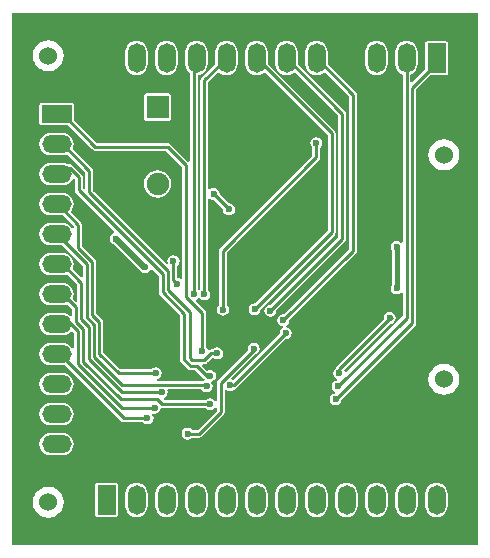
<source format=gbl>
G04 Layer_Physical_Order=2*
G04 Layer_Color=16711680*
%FSLAX44Y44*%
%MOMM*%
G71*
G01*
G75*
%ADD14R,1.9000X1.9000*%
%ADD26C,0.2540*%
%ADD27C,0.5000*%
%ADD28C,0.4000*%
%ADD30C,1.5240*%
%ADD31O,1.5000X2.5000*%
%ADD32R,1.5000X2.5000*%
G04:AMPARAMS|DCode=33|XSize=2mm|YSize=1.2mm|CornerRadius=0.36mm|HoleSize=0mm|Usage=FLASHONLY|Rotation=180.000|XOffset=0mm|YOffset=0mm|HoleType=Round|Shape=RoundedRectangle|*
%AMROUNDEDRECTD33*
21,1,2.0000,0.4800,0,0,180.0*
21,1,1.2800,1.2000,0,0,180.0*
1,1,0.7200,-0.6400,0.2400*
1,1,0.7200,0.6400,0.2400*
1,1,0.7200,0.6400,-0.2400*
1,1,0.7200,-0.6400,-0.2400*
%
%ADD33ROUNDEDRECTD33*%
%ADD34O,2.5000X1.5000*%
%ADD35R,2.5000X1.5000*%
%ADD36C,1.9000*%
%ADD37C,0.6000*%
G36*
X625000Y220000D02*
X230000D01*
Y670000D01*
X625000D01*
Y220000D01*
D02*
G37*
%LPC*%
G36*
X564300Y272614D02*
X561812Y272287D01*
X559493Y271326D01*
X557502Y269798D01*
X555974Y267807D01*
X555013Y265488D01*
X554686Y263000D01*
Y253000D01*
X555013Y250512D01*
X555974Y248193D01*
X557502Y246202D01*
X559493Y244674D01*
X561812Y243713D01*
X564300Y243386D01*
X566788Y243713D01*
X569107Y244674D01*
X571098Y246202D01*
X572626Y248193D01*
X573587Y250512D01*
X573914Y253000D01*
Y263000D01*
X573587Y265488D01*
X572626Y267807D01*
X571098Y269798D01*
X569107Y271326D01*
X566788Y272287D01*
X564300Y272614D01*
D02*
G37*
G36*
X538900D02*
X536412Y272287D01*
X534093Y271326D01*
X532102Y269798D01*
X530574Y267807D01*
X529613Y265488D01*
X529286Y263000D01*
Y253000D01*
X529613Y250512D01*
X530574Y248193D01*
X532102Y246202D01*
X534093Y244674D01*
X536412Y243713D01*
X538900Y243386D01*
X541388Y243713D01*
X543707Y244674D01*
X545698Y246202D01*
X547226Y248193D01*
X548187Y250512D01*
X548514Y253000D01*
Y263000D01*
X548187Y265488D01*
X547226Y267807D01*
X545698Y269798D01*
X543707Y271326D01*
X541388Y272287D01*
X538900Y272614D01*
D02*
G37*
G36*
X513500D02*
X511012Y272287D01*
X508693Y271326D01*
X506702Y269798D01*
X505174Y267807D01*
X504213Y265488D01*
X503886Y263000D01*
Y253000D01*
X504213Y250512D01*
X505174Y248193D01*
X506702Y246202D01*
X508693Y244674D01*
X511012Y243713D01*
X513500Y243386D01*
X515988Y243713D01*
X518307Y244674D01*
X520298Y246202D01*
X521826Y248193D01*
X522787Y250512D01*
X523114Y253000D01*
Y263000D01*
X522787Y265488D01*
X521826Y267807D01*
X520298Y269798D01*
X518307Y271326D01*
X515988Y272287D01*
X513500Y272614D01*
D02*
G37*
G36*
X589700D02*
X587212Y272287D01*
X584893Y271326D01*
X582902Y269798D01*
X581374Y267807D01*
X580413Y265488D01*
X580086Y263000D01*
Y253000D01*
X580413Y250512D01*
X581374Y248193D01*
X582902Y246202D01*
X584893Y244674D01*
X587212Y243713D01*
X589700Y243386D01*
X592188Y243713D01*
X594507Y244674D01*
X596498Y246202D01*
X598026Y248193D01*
X598987Y250512D01*
X599314Y253000D01*
Y263000D01*
X598987Y265488D01*
X598026Y267807D01*
X596498Y269798D01*
X594507Y271326D01*
X592188Y272287D01*
X589700Y272614D01*
D02*
G37*
G36*
X273000Y314914D02*
X263000D01*
X260512Y314587D01*
X258193Y313626D01*
X256202Y312098D01*
X254674Y310107D01*
X253713Y307788D01*
X253386Y305300D01*
X253713Y302812D01*
X254674Y300493D01*
X256202Y298502D01*
X258193Y296974D01*
X260512Y296013D01*
X263000Y295686D01*
X273000D01*
X275488Y296013D01*
X277807Y296974D01*
X279798Y298502D01*
X281326Y300493D01*
X282287Y302812D01*
X282614Y305300D01*
X282287Y307788D01*
X281326Y310107D01*
X279798Y312098D01*
X277807Y313626D01*
X275488Y314587D01*
X273000Y314914D01*
D02*
G37*
G36*
X261000Y269167D02*
X260866Y269140D01*
X260730Y269149D01*
X257858Y268771D01*
X257665Y268705D01*
X257598Y268697D01*
X257536Y268671D01*
X257336Y268631D01*
X254660Y267523D01*
X254490Y267409D01*
X254428Y267383D01*
X254374Y267342D01*
X254191Y267252D01*
X251894Y265489D01*
X251759Y265336D01*
X251705Y265294D01*
X251665Y265241D01*
X251511Y265107D01*
X249748Y262809D01*
X249657Y262626D01*
X249617Y262572D01*
X249591Y262510D01*
X249477Y262340D01*
X248369Y259664D01*
X248329Y259464D01*
X248303Y259402D01*
X248295Y259335D01*
X248229Y259142D01*
X247851Y256270D01*
X247864Y256067D01*
X247856Y256000D01*
X247864Y255933D01*
X247851Y255730D01*
X248229Y252858D01*
X248295Y252665D01*
X248303Y252598D01*
X248329Y252536D01*
X248369Y252336D01*
X249477Y249660D01*
X249591Y249490D01*
X249617Y249428D01*
X249658Y249374D01*
X249748Y249191D01*
X251511Y246894D01*
X251665Y246759D01*
X251705Y246705D01*
X251759Y246665D01*
X251894Y246511D01*
X254191Y244748D01*
X254374Y244657D01*
X254428Y244617D01*
X254490Y244591D01*
X254660Y244477D01*
X257336Y243369D01*
X257536Y243329D01*
X257598Y243303D01*
X257665Y243295D01*
X257858Y243229D01*
X260730Y242851D01*
X260866Y242860D01*
X261000Y242833D01*
X261134Y242860D01*
X261270Y242851D01*
X264142Y243229D01*
X264335Y243295D01*
X264402Y243303D01*
X264464Y243329D01*
X264664Y243369D01*
X267340Y244477D01*
X267510Y244591D01*
X267572Y244617D01*
X267626Y244658D01*
X267809Y244748D01*
X270107Y246511D01*
X270241Y246665D01*
X270294Y246705D01*
X270336Y246759D01*
X270489Y246894D01*
X272252Y249191D01*
X272342Y249374D01*
X272383Y249428D01*
X272409Y249490D01*
X272523Y249660D01*
X273631Y252336D01*
X273671Y252536D01*
X273697Y252598D01*
X273705Y252665D01*
X273771Y252858D01*
X274149Y255730D01*
X274136Y255933D01*
X274144Y256000D01*
X274136Y256067D01*
X274149Y256270D01*
X273771Y259142D01*
X273705Y259335D01*
X273697Y259402D01*
X273671Y259464D01*
X273631Y259664D01*
X272523Y262340D01*
X272409Y262510D01*
X272383Y262572D01*
X272342Y262626D01*
X272252Y262809D01*
X270489Y265107D01*
X270336Y265241D01*
X270294Y265294D01*
X270241Y265336D01*
X270107Y265489D01*
X267809Y267252D01*
X267626Y267342D01*
X267572Y267383D01*
X267510Y267409D01*
X267340Y267523D01*
X264664Y268631D01*
X264464Y268671D01*
X264402Y268697D01*
X264335Y268705D01*
X264142Y268771D01*
X261270Y269149D01*
X261134Y269140D01*
X261000Y269167D01*
D02*
G37*
G36*
X317800Y272572D02*
X302800D01*
X302007Y272414D01*
X301335Y271965D01*
X300886Y271293D01*
X300728Y270500D01*
Y245500D01*
X300886Y244707D01*
X301335Y244035D01*
X302007Y243586D01*
X302800Y243428D01*
X317800D01*
X318593Y243586D01*
X319265Y244035D01*
X319714Y244707D01*
X319872Y245500D01*
Y270500D01*
X319714Y271293D01*
X319265Y271965D01*
X318593Y272414D01*
X317800Y272572D01*
D02*
G37*
G36*
X386500Y272614D02*
X384012Y272287D01*
X381693Y271326D01*
X379702Y269798D01*
X378174Y267807D01*
X377213Y265488D01*
X376886Y263000D01*
Y253000D01*
X377213Y250512D01*
X378174Y248193D01*
X379702Y246202D01*
X381693Y244674D01*
X384012Y243713D01*
X386500Y243386D01*
X388988Y243713D01*
X391307Y244674D01*
X393298Y246202D01*
X394826Y248193D01*
X395787Y250512D01*
X396114Y253000D01*
Y263000D01*
X395787Y265488D01*
X394826Y267807D01*
X393298Y269798D01*
X391307Y271326D01*
X388988Y272287D01*
X386500Y272614D01*
D02*
G37*
G36*
X361100D02*
X358612Y272287D01*
X356293Y271326D01*
X354302Y269798D01*
X352774Y267807D01*
X351813Y265488D01*
X351486Y263000D01*
Y253000D01*
X351813Y250512D01*
X352774Y248193D01*
X354302Y246202D01*
X356293Y244674D01*
X358612Y243713D01*
X361100Y243386D01*
X363588Y243713D01*
X365907Y244674D01*
X367898Y246202D01*
X369426Y248193D01*
X370387Y250512D01*
X370714Y253000D01*
Y263000D01*
X370387Y265488D01*
X369426Y267807D01*
X367898Y269798D01*
X365907Y271326D01*
X363588Y272287D01*
X361100Y272614D01*
D02*
G37*
G36*
X335700D02*
X333212Y272287D01*
X330893Y271326D01*
X328902Y269798D01*
X327374Y267807D01*
X326413Y265488D01*
X326086Y263000D01*
Y253000D01*
X326413Y250512D01*
X327374Y248193D01*
X328902Y246202D01*
X330893Y244674D01*
X333212Y243713D01*
X335700Y243386D01*
X338188Y243713D01*
X340507Y244674D01*
X342498Y246202D01*
X344026Y248193D01*
X344987Y250512D01*
X345314Y253000D01*
Y263000D01*
X344987Y265488D01*
X344026Y267807D01*
X342498Y269798D01*
X340507Y271326D01*
X338188Y272287D01*
X335700Y272614D01*
D02*
G37*
G36*
X411900D02*
X409412Y272287D01*
X407093Y271326D01*
X405102Y269798D01*
X403574Y267807D01*
X402613Y265488D01*
X402286Y263000D01*
Y253000D01*
X402613Y250512D01*
X403574Y248193D01*
X405102Y246202D01*
X407093Y244674D01*
X409412Y243713D01*
X411900Y243386D01*
X414388Y243713D01*
X416707Y244674D01*
X418698Y246202D01*
X420226Y248193D01*
X421187Y250512D01*
X421514Y253000D01*
Y263000D01*
X421187Y265488D01*
X420226Y267807D01*
X418698Y269798D01*
X416707Y271326D01*
X414388Y272287D01*
X411900Y272614D01*
D02*
G37*
G36*
X488100D02*
X485612Y272287D01*
X483293Y271326D01*
X481302Y269798D01*
X479774Y267807D01*
X478813Y265488D01*
X478486Y263000D01*
Y253000D01*
X478813Y250512D01*
X479774Y248193D01*
X481302Y246202D01*
X483293Y244674D01*
X485612Y243713D01*
X488100Y243386D01*
X490588Y243713D01*
X492907Y244674D01*
X494898Y246202D01*
X496426Y248193D01*
X497387Y250512D01*
X497714Y253000D01*
Y263000D01*
X497387Y265488D01*
X496426Y267807D01*
X494898Y269798D01*
X492907Y271326D01*
X490588Y272287D01*
X488100Y272614D01*
D02*
G37*
G36*
X462700D02*
X460212Y272287D01*
X457893Y271326D01*
X455902Y269798D01*
X454374Y267807D01*
X453413Y265488D01*
X453086Y263000D01*
Y253000D01*
X453413Y250512D01*
X454374Y248193D01*
X455902Y246202D01*
X457893Y244674D01*
X460212Y243713D01*
X462700Y243386D01*
X465188Y243713D01*
X467507Y244674D01*
X469498Y246202D01*
X471026Y248193D01*
X471987Y250512D01*
X472314Y253000D01*
Y263000D01*
X471987Y265488D01*
X471026Y267807D01*
X469498Y269798D01*
X467507Y271326D01*
X465188Y272287D01*
X462700Y272614D01*
D02*
G37*
G36*
X437300D02*
X434812Y272287D01*
X432493Y271326D01*
X430502Y269798D01*
X428974Y267807D01*
X428013Y265488D01*
X427686Y263000D01*
Y253000D01*
X428013Y250512D01*
X428974Y248193D01*
X430502Y246202D01*
X432493Y244674D01*
X434812Y243713D01*
X437300Y243386D01*
X439788Y243713D01*
X442107Y244674D01*
X444098Y246202D01*
X445626Y248193D01*
X446587Y250512D01*
X446914Y253000D01*
Y263000D01*
X446587Y265488D01*
X445626Y267807D01*
X444098Y269798D01*
X442107Y271326D01*
X439788Y272287D01*
X437300Y272614D01*
D02*
G37*
G36*
X335700Y646614D02*
X333212Y646287D01*
X330893Y645326D01*
X328902Y643798D01*
X327374Y641807D01*
X326413Y639488D01*
X326086Y637000D01*
Y627000D01*
X326413Y624512D01*
X327374Y622193D01*
X328902Y620202D01*
X330893Y618674D01*
X333212Y617713D01*
X335700Y617386D01*
X338188Y617713D01*
X340507Y618674D01*
X342498Y620202D01*
X344026Y622193D01*
X344987Y624512D01*
X345314Y627000D01*
Y637000D01*
X344987Y639488D01*
X344026Y641807D01*
X342498Y643798D01*
X340507Y645326D01*
X338188Y646287D01*
X335700Y646614D01*
D02*
G37*
G36*
X363000Y602072D02*
X344000D01*
X343207Y601914D01*
X342535Y601465D01*
X342086Y600793D01*
X341928Y600000D01*
Y581000D01*
X342086Y580207D01*
X342535Y579535D01*
X343207Y579086D01*
X344000Y578928D01*
X363000D01*
X363793Y579086D01*
X364465Y579535D01*
X364914Y580207D01*
X365072Y581000D01*
Y600000D01*
X364914Y600793D01*
X364465Y601465D01*
X363793Y601914D01*
X363000Y602072D01*
D02*
G37*
G36*
X596000Y563167D02*
X595866Y563140D01*
X595730Y563149D01*
X592858Y562771D01*
X592665Y562705D01*
X592598Y562697D01*
X592536Y562671D01*
X592336Y562631D01*
X589660Y561523D01*
X589490Y561409D01*
X589428Y561383D01*
X589374Y561342D01*
X589191Y561252D01*
X586894Y559489D01*
X586759Y559336D01*
X586706Y559295D01*
X586665Y559241D01*
X586511Y559106D01*
X584748Y556809D01*
X584658Y556626D01*
X584617Y556572D01*
X584591Y556510D01*
X584477Y556340D01*
X583369Y553664D01*
X583329Y553464D01*
X583303Y553402D01*
X583295Y553335D01*
X583229Y553142D01*
X582851Y550270D01*
X582864Y550067D01*
X582856Y550000D01*
X582864Y549933D01*
X582851Y549730D01*
X583229Y546858D01*
X583295Y546665D01*
X583303Y546598D01*
X583329Y546536D01*
X583369Y546336D01*
X584477Y543660D01*
X584591Y543490D01*
X584617Y543428D01*
X584658Y543374D01*
X584748Y543191D01*
X586511Y540894D01*
X586665Y540759D01*
X586706Y540705D01*
X586759Y540664D01*
X586894Y540511D01*
X589191Y538748D01*
X589374Y538657D01*
X589428Y538617D01*
X589490Y538591D01*
X589660Y538477D01*
X592336Y537369D01*
X592536Y537329D01*
X592598Y537303D01*
X592665Y537295D01*
X592858Y537229D01*
X595730Y536851D01*
X595866Y536860D01*
X596000Y536833D01*
X596134Y536860D01*
X596270Y536851D01*
X599142Y537229D01*
X599335Y537295D01*
X599402Y537303D01*
X599464Y537329D01*
X599664Y537369D01*
X602340Y538477D01*
X602510Y538591D01*
X602572Y538617D01*
X602626Y538658D01*
X602809Y538748D01*
X605107Y540511D01*
X605241Y540664D01*
X605294Y540705D01*
X605336Y540759D01*
X605489Y540894D01*
X607252Y543191D01*
X607342Y543374D01*
X607383Y543428D01*
X607409Y543490D01*
X607523Y543660D01*
X608631Y546336D01*
X608671Y546536D01*
X608697Y546598D01*
X608705Y546665D01*
X608771Y546858D01*
X609149Y549730D01*
X609136Y549933D01*
X609145Y550000D01*
X609136Y550067D01*
X609149Y550270D01*
X608771Y553142D01*
X608705Y553335D01*
X608697Y553402D01*
X608671Y553464D01*
X608631Y553664D01*
X607523Y556340D01*
X607409Y556510D01*
X607383Y556572D01*
X607342Y556626D01*
X607252Y556809D01*
X605489Y559106D01*
X605336Y559241D01*
X605294Y559295D01*
X605241Y559336D01*
X605107Y559489D01*
X602809Y561252D01*
X602626Y561343D01*
X602572Y561383D01*
X602510Y561409D01*
X602340Y561523D01*
X599664Y562631D01*
X599464Y562671D01*
X599402Y562697D01*
X599335Y562705D01*
X599142Y562771D01*
X596270Y563149D01*
X596134Y563140D01*
X596000Y563167D01*
D02*
G37*
G36*
X361100Y646614D02*
X358612Y646287D01*
X356293Y645326D01*
X354302Y643798D01*
X352774Y641807D01*
X351813Y639488D01*
X351486Y637000D01*
Y627000D01*
X351813Y624512D01*
X352774Y622193D01*
X354302Y620202D01*
X356293Y618674D01*
X358612Y617713D01*
X361100Y617386D01*
X363588Y617713D01*
X365907Y618674D01*
X367898Y620202D01*
X369426Y622193D01*
X370387Y624512D01*
X370714Y627000D01*
Y637000D01*
X370387Y639488D01*
X369426Y641807D01*
X367898Y643798D01*
X365907Y645326D01*
X363588Y646287D01*
X361100Y646614D01*
D02*
G37*
G36*
X261000Y647167D02*
X260866Y647140D01*
X260730Y647149D01*
X257858Y646771D01*
X257665Y646705D01*
X257598Y646697D01*
X257536Y646671D01*
X257336Y646631D01*
X254660Y645523D01*
X254490Y645409D01*
X254428Y645383D01*
X254374Y645342D01*
X254191Y645252D01*
X251894Y643489D01*
X251759Y643335D01*
X251705Y643295D01*
X251665Y643241D01*
X251511Y643107D01*
X249748Y640809D01*
X249657Y640626D01*
X249617Y640572D01*
X249591Y640510D01*
X249477Y640340D01*
X248369Y637664D01*
X248329Y637464D01*
X248303Y637402D01*
X248295Y637335D01*
X248229Y637142D01*
X247851Y634270D01*
X247864Y634067D01*
X247856Y634000D01*
X247864Y633933D01*
X247851Y633730D01*
X248229Y630858D01*
X248295Y630665D01*
X248303Y630598D01*
X248329Y630536D01*
X248369Y630336D01*
X249477Y627660D01*
X249591Y627490D01*
X249617Y627428D01*
X249658Y627374D01*
X249748Y627191D01*
X251511Y624893D01*
X251665Y624759D01*
X251705Y624706D01*
X251759Y624664D01*
X251894Y624511D01*
X254191Y622748D01*
X254374Y622658D01*
X254428Y622617D01*
X254490Y622591D01*
X254660Y622477D01*
X257336Y621369D01*
X257536Y621329D01*
X257598Y621303D01*
X257665Y621295D01*
X257858Y621229D01*
X260730Y620851D01*
X260866Y620860D01*
X261000Y620833D01*
X261134Y620860D01*
X261270Y620851D01*
X264142Y621229D01*
X264335Y621295D01*
X264402Y621303D01*
X264464Y621329D01*
X264664Y621369D01*
X267340Y622477D01*
X267510Y622591D01*
X267572Y622617D01*
X267626Y622658D01*
X267809Y622748D01*
X270107Y624511D01*
X270241Y624664D01*
X270294Y624706D01*
X270336Y624759D01*
X270489Y624893D01*
X272252Y627191D01*
X272342Y627374D01*
X272383Y627428D01*
X272409Y627490D01*
X272523Y627660D01*
X273631Y630336D01*
X273671Y630536D01*
X273697Y630598D01*
X273705Y630665D01*
X273771Y630858D01*
X274149Y633730D01*
X274136Y633933D01*
X274144Y634000D01*
X274136Y634067D01*
X274149Y634270D01*
X273771Y637142D01*
X273705Y637335D01*
X273697Y637402D01*
X273671Y637464D01*
X273631Y637664D01*
X272523Y640340D01*
X272409Y640510D01*
X272383Y640572D01*
X272342Y640626D01*
X272252Y640809D01*
X270489Y643107D01*
X270336Y643241D01*
X270294Y643295D01*
X270241Y643335D01*
X270107Y643489D01*
X267809Y645252D01*
X267626Y645342D01*
X267572Y645383D01*
X267510Y645409D01*
X267340Y645523D01*
X264664Y646631D01*
X264464Y646671D01*
X264402Y646697D01*
X264335Y646705D01*
X264142Y646771D01*
X261270Y647149D01*
X261134Y647140D01*
X261000Y647167D01*
D02*
G37*
G36*
X538900Y646614D02*
X536412Y646287D01*
X534093Y645326D01*
X532102Y643798D01*
X530574Y641807D01*
X529613Y639488D01*
X529286Y637000D01*
Y627000D01*
X529613Y624512D01*
X530574Y622193D01*
X532102Y620202D01*
X534093Y618674D01*
X536412Y617713D01*
X538900Y617386D01*
X541388Y617713D01*
X543707Y618674D01*
X545698Y620202D01*
X547226Y622193D01*
X548187Y624512D01*
X548514Y627000D01*
Y637000D01*
X548187Y639488D01*
X547226Y641807D01*
X545698Y643798D01*
X543707Y645326D01*
X541388Y646287D01*
X538900Y646614D01*
D02*
G37*
G36*
X488100D02*
X485612Y646287D01*
X483293Y645326D01*
X481302Y643798D01*
X479774Y641807D01*
X478813Y639488D01*
X478486Y637000D01*
Y627000D01*
X478813Y624512D01*
X479774Y622193D01*
X481302Y620202D01*
X483293Y618674D01*
X485612Y617713D01*
X488100Y617386D01*
X490588Y617713D01*
X492907Y618674D01*
X494898Y620202D01*
X495122Y620216D01*
X515633Y599706D01*
Y470395D01*
X460308Y415069D01*
X460000Y415131D01*
X458037Y414740D01*
X456372Y413628D01*
X455260Y411963D01*
X454869Y410000D01*
X455260Y408037D01*
X456372Y406372D01*
X458037Y405260D01*
X459703Y404929D01*
X459879Y404303D01*
X459910Y403655D01*
X458372Y402628D01*
X457260Y400963D01*
X456869Y399000D01*
X456931Y398692D01*
X417572Y359333D01*
X416963Y359740D01*
X416408Y359851D01*
X416040Y361066D01*
X436053Y381079D01*
X436963Y381260D01*
X438628Y382372D01*
X439740Y384037D01*
X440131Y386000D01*
X439740Y387963D01*
X438628Y389628D01*
X436963Y390740D01*
X435000Y391131D01*
X433037Y390740D01*
X431372Y389628D01*
X430260Y387963D01*
X429869Y386000D01*
X430132Y384681D01*
X404619Y359168D01*
X403890Y358076D01*
X403633Y356787D01*
Y341912D01*
X402363Y341527D01*
X401628Y342628D01*
X399963Y343740D01*
X398000Y344131D01*
X396037Y343740D01*
X394372Y342628D01*
X394198Y342367D01*
X359114D01*
X358689Y342910D01*
X358895Y343923D01*
X359138Y344377D01*
X360628Y345372D01*
X361740Y347037D01*
X362131Y349000D01*
X361799Y350665D01*
X362502Y351935D01*
X390328D01*
X391372Y350372D01*
X393037Y349260D01*
X395000Y348869D01*
X396963Y349260D01*
X398628Y350372D01*
X399740Y352037D01*
X400131Y354000D01*
X399740Y355963D01*
X399175Y356808D01*
X399760Y358219D01*
X399963Y358260D01*
X401628Y359372D01*
X402740Y361037D01*
X403131Y363000D01*
X402740Y364963D01*
X401628Y366628D01*
X399963Y367740D01*
X398000Y368131D01*
X396037Y367740D01*
X395428Y367333D01*
X391301Y371460D01*
X391787Y372633D01*
X393000D01*
X394288Y372890D01*
X395381Y373619D01*
X400155Y378394D01*
X400372Y378372D01*
X402037Y377260D01*
X404000Y376869D01*
X405963Y377260D01*
X407628Y378372D01*
X408740Y380037D01*
X409131Y382000D01*
X408740Y383963D01*
X407628Y385628D01*
X405963Y386740D01*
X404000Y387131D01*
X402037Y386740D01*
X400372Y385628D01*
X400198Y385367D01*
X399000D01*
X399000Y385367D01*
X397712Y385110D01*
X397263Y384811D01*
X395860Y385356D01*
X395739Y385963D01*
X394627Y387627D01*
X394366Y387802D01*
Y416088D01*
X394110Y417377D01*
X393380Y418469D01*
X385815Y426034D01*
X386216Y427429D01*
X387628Y428372D01*
X387864Y428726D01*
X389134D01*
X389371Y428371D01*
X391036Y427259D01*
X392999Y426869D01*
X394963Y427259D01*
X396627Y428371D01*
X397739Y430036D01*
X398130Y431999D01*
X397739Y433963D01*
X396627Y435627D01*
X396366Y435802D01*
Y512766D01*
X397636Y513196D01*
X399037Y512260D01*
X401000Y511869D01*
X401308Y511931D01*
X408931Y504308D01*
X408869Y504000D01*
X409260Y502037D01*
X410372Y500372D01*
X412037Y499260D01*
X414000Y498869D01*
X415963Y499260D01*
X417628Y500372D01*
X418740Y502037D01*
X419131Y504000D01*
X418740Y505963D01*
X417628Y507628D01*
X415963Y508740D01*
X414000Y509131D01*
X413692Y509069D01*
X406069Y516692D01*
X406131Y517000D01*
X405740Y518963D01*
X404628Y520628D01*
X402963Y521740D01*
X401000Y522131D01*
X399037Y521740D01*
X397636Y520804D01*
X396366Y521234D01*
Y611705D01*
X404878Y620216D01*
X405102Y620202D01*
X407093Y618674D01*
X409412Y617713D01*
X411900Y617386D01*
X414388Y617713D01*
X416707Y618674D01*
X418698Y620202D01*
X420226Y622193D01*
X421187Y624512D01*
X421514Y627000D01*
Y637000D01*
X421187Y639488D01*
X420226Y641807D01*
X418698Y643798D01*
X416707Y645326D01*
X414388Y646287D01*
X411900Y646614D01*
X409412Y646287D01*
X407093Y645326D01*
X405102Y643798D01*
X403574Y641807D01*
X402613Y639488D01*
X402286Y637000D01*
Y627147D01*
X390619Y615480D01*
X389889Y614388D01*
X389632Y613099D01*
Y435802D01*
X389371Y435627D01*
X388019Y435677D01*
X387367Y436337D01*
Y617500D01*
X388988Y617713D01*
X391307Y618674D01*
X393298Y620202D01*
X394826Y622193D01*
X395787Y624512D01*
X396114Y627000D01*
Y637000D01*
X395787Y639488D01*
X394826Y641807D01*
X393298Y643798D01*
X391307Y645326D01*
X388988Y646287D01*
X386500Y646614D01*
X384012Y646287D01*
X381693Y645326D01*
X379702Y643798D01*
X378174Y641807D01*
X377213Y639488D01*
X376886Y637000D01*
Y627000D01*
X377213Y624512D01*
X378174Y622193D01*
X379702Y620202D01*
X380633Y619487D01*
Y544924D01*
X379363Y544398D01*
X364381Y559381D01*
X363288Y560110D01*
X362000Y560367D01*
X302094D01*
X282572Y579889D01*
Y592200D01*
X282414Y592993D01*
X281965Y593665D01*
X281293Y594114D01*
X280500Y594272D01*
X255500D01*
X254707Y594114D01*
X254035Y593665D01*
X253586Y592993D01*
X253428Y592200D01*
Y577200D01*
X253586Y576407D01*
X254035Y575735D01*
X254707Y575286D01*
X255500Y575128D01*
X277810D01*
X298319Y554619D01*
X299412Y553890D01*
X300700Y553633D01*
X360606D01*
X374331Y539907D01*
Y445685D01*
X373061Y445006D01*
X371963Y445740D01*
X370367Y446058D01*
Y456198D01*
X370628Y456372D01*
X371740Y458037D01*
X372131Y460000D01*
X371740Y461963D01*
X370628Y463628D01*
X368963Y464740D01*
X367000Y465131D01*
X365037Y464740D01*
X363372Y463628D01*
X362260Y461963D01*
X361869Y460000D01*
X362195Y458362D01*
X361099Y457662D01*
X299065Y519697D01*
Y536602D01*
X298808Y537890D01*
X298079Y538983D01*
X281690Y555371D01*
X282287Y556812D01*
X282614Y559300D01*
X282287Y561788D01*
X281326Y564107D01*
X279798Y566098D01*
X277807Y567626D01*
X275488Y568587D01*
X273000Y568914D01*
X263000D01*
X260512Y568587D01*
X258193Y567626D01*
X256202Y566098D01*
X254674Y564107D01*
X253713Y561788D01*
X253386Y559300D01*
X253713Y556812D01*
X254674Y554493D01*
X256202Y552502D01*
X258193Y550974D01*
X260512Y550013D01*
X263000Y549686D01*
X273000D01*
X275488Y550013D01*
X276929Y550610D01*
X292331Y535207D01*
Y521313D01*
X291176Y520813D01*
X290367Y521471D01*
Y531000D01*
X290110Y532288D01*
X289381Y533381D01*
X281481Y541281D01*
X280388Y542010D01*
X279100Y542267D01*
X277709D01*
X275488Y543187D01*
X273000Y543514D01*
X263000D01*
X260512Y543187D01*
X258193Y542226D01*
X256202Y540698D01*
X254674Y538707D01*
X253713Y536388D01*
X253386Y533900D01*
X253713Y531412D01*
X254674Y529093D01*
X256202Y527102D01*
X258193Y525574D01*
X260512Y524613D01*
X263000Y524286D01*
X273000D01*
X275488Y524613D01*
X277807Y525574D01*
X279798Y527102D01*
X281326Y529093D01*
X281568Y529677D01*
X282888Y529969D01*
X283633Y529317D01*
Y520000D01*
X283890Y518712D01*
X284619Y517619D01*
X317010Y485229D01*
X316592Y483851D01*
X316037Y483740D01*
X314372Y482628D01*
X313260Y480963D01*
X312869Y479000D01*
X313260Y477037D01*
X314372Y475372D01*
X316037Y474260D01*
X316247Y474218D01*
X338732Y451733D01*
X340232Y450731D01*
X340374Y450703D01*
X341037Y450260D01*
X343000Y449869D01*
X344963Y450260D01*
X346628Y451372D01*
X347606Y452836D01*
X348980Y453258D01*
X354489Y447749D01*
Y433766D01*
X354746Y432477D01*
X355475Y431385D01*
X372633Y414227D01*
Y376534D01*
X372890Y375246D01*
X373619Y374154D01*
X379154Y368619D01*
X380246Y367890D01*
X381534Y367633D01*
X385606D01*
X392619Y360619D01*
X393389Y360105D01*
X393259Y358803D01*
X393240Y358781D01*
X393037Y358740D01*
X392930Y358669D01*
X352799D01*
X352732Y358720D01*
X352838Y359965D01*
X352864Y360041D01*
X353963Y360259D01*
X355627Y361371D01*
X356739Y363036D01*
X357130Y364999D01*
X356739Y366963D01*
X355627Y368627D01*
X353963Y369739D01*
X351999Y370130D01*
X350036Y369739D01*
X348371Y368627D01*
X348197Y368366D01*
X321861D01*
X307655Y382572D01*
Y408326D01*
X307398Y409614D01*
X306669Y410706D01*
X301511Y415864D01*
Y459322D01*
X301254Y460610D01*
X300525Y461702D01*
X289367Y472860D01*
Y491000D01*
X289110Y492288D01*
X288381Y493381D01*
X279912Y501850D01*
X281326Y503693D01*
X282287Y506012D01*
X282614Y508500D01*
X282287Y510988D01*
X281326Y513307D01*
X279798Y515298D01*
X277807Y516826D01*
X275488Y517787D01*
X273000Y518114D01*
X263000D01*
X260512Y517787D01*
X258193Y516826D01*
X256202Y515298D01*
X254674Y513307D01*
X253713Y510988D01*
X253386Y508500D01*
X253713Y506012D01*
X254674Y503693D01*
X256202Y501702D01*
X258193Y500174D01*
X260512Y499213D01*
X263000Y498886D01*
X273000D01*
X273312Y498927D01*
X282633Y489605D01*
Y488070D01*
X281363Y487817D01*
X281326Y487907D01*
X279798Y489898D01*
X277807Y491426D01*
X275488Y492387D01*
X273000Y492714D01*
X263000D01*
X260512Y492387D01*
X258193Y491426D01*
X256202Y489898D01*
X254674Y487907D01*
X253713Y485588D01*
X253386Y483100D01*
X253713Y480612D01*
X254674Y478293D01*
X256202Y476302D01*
X258193Y474774D01*
X260512Y473813D01*
X263000Y473486D01*
X272753D01*
X290205Y456034D01*
Y446915D01*
X289032Y446429D01*
X281690Y453771D01*
X282287Y455212D01*
X282614Y457700D01*
X282287Y460188D01*
X281326Y462507D01*
X279798Y464498D01*
X277807Y466026D01*
X275488Y466987D01*
X273000Y467314D01*
X263000D01*
X260512Y466987D01*
X258193Y466026D01*
X256202Y464498D01*
X254674Y462507D01*
X253713Y460188D01*
X253386Y457700D01*
X253713Y455212D01*
X254674Y452893D01*
X256202Y450902D01*
X258193Y449374D01*
X260512Y448413D01*
X263000Y448086D01*
X273000D01*
X275488Y448413D01*
X276929Y449010D01*
X285633Y440305D01*
Y426087D01*
X284460Y425601D01*
X281690Y428371D01*
X282287Y429812D01*
X282614Y432300D01*
X282287Y434788D01*
X281326Y437107D01*
X279798Y439098D01*
X277807Y440626D01*
X275488Y441587D01*
X273000Y441914D01*
X263000D01*
X260512Y441587D01*
X258193Y440626D01*
X256202Y439098D01*
X254674Y437107D01*
X253713Y434788D01*
X253386Y432300D01*
X253713Y429812D01*
X254674Y427493D01*
X256202Y425502D01*
X258193Y423974D01*
X260512Y423013D01*
X263000Y422686D01*
X273000D01*
X275488Y423013D01*
X276929Y423610D01*
X281061Y419477D01*
Y414028D01*
X279859Y413620D01*
X279798Y413698D01*
X277807Y415226D01*
X275488Y416187D01*
X273000Y416514D01*
X263000D01*
X260512Y416187D01*
X258193Y415226D01*
X256202Y413698D01*
X254674Y411707D01*
X253713Y409388D01*
X253386Y406900D01*
X253713Y404412D01*
X254674Y402093D01*
X256202Y400102D01*
X258193Y398574D01*
X260512Y397613D01*
X263000Y397286D01*
X273000D01*
X275488Y397613D01*
X277807Y398574D01*
X279798Y400102D01*
X280119Y400520D01*
X281386Y400603D01*
X282633Y399356D01*
Y386470D01*
X281363Y386217D01*
X281326Y386307D01*
X279798Y388298D01*
X277807Y389826D01*
X275488Y390787D01*
X273000Y391114D01*
X263000D01*
X260512Y390787D01*
X258193Y389826D01*
X256202Y388298D01*
X254674Y386307D01*
X253713Y383988D01*
X253386Y381500D01*
X253713Y379012D01*
X254674Y376693D01*
X256202Y374702D01*
X258193Y373174D01*
X260512Y372213D01*
X263000Y371886D01*
X273000D01*
X275079Y372160D01*
X322619Y324619D01*
X323712Y323890D01*
X325000Y323633D01*
X341198D01*
X341372Y323372D01*
X343037Y322260D01*
X345000Y321869D01*
X346963Y322260D01*
X348628Y323372D01*
X349740Y325037D01*
X350131Y327000D01*
X349740Y328963D01*
X349076Y329957D01*
X349840Y331100D01*
X351000Y330869D01*
X352963Y331260D01*
X354628Y332372D01*
X355740Y334037D01*
X356090Y335797D01*
X356912Y335633D01*
X394198D01*
X394372Y335372D01*
X396037Y334260D01*
X398000Y333869D01*
X399963Y334260D01*
X401628Y335372D01*
X402363Y336473D01*
X403633Y336088D01*
Y333395D01*
X387606Y317367D01*
X382802D01*
X382628Y317628D01*
X380963Y318740D01*
X379000Y319131D01*
X377037Y318740D01*
X375372Y317628D01*
X374260Y315963D01*
X373869Y314000D01*
X374260Y312037D01*
X375372Y310372D01*
X377037Y309260D01*
X379000Y308869D01*
X380963Y309260D01*
X382628Y310372D01*
X382802Y310633D01*
X389000D01*
X390288Y310890D01*
X391381Y311619D01*
X409381Y329619D01*
X410110Y330712D01*
X410367Y332000D01*
Y350765D01*
X411637Y351195D01*
X413037Y350260D01*
X415000Y349869D01*
X416963Y350260D01*
X418628Y351372D01*
X418925Y351817D01*
X419288Y351890D01*
X420381Y352619D01*
X461692Y393931D01*
X462000Y393869D01*
X463963Y394260D01*
X465628Y395372D01*
X466740Y397037D01*
X467131Y399000D01*
X466740Y400963D01*
X465628Y402628D01*
X463963Y403740D01*
X462297Y404072D01*
X462121Y404697D01*
X462090Y405345D01*
X463628Y406372D01*
X464740Y408037D01*
X465131Y410000D01*
X465069Y410308D01*
X521381Y466619D01*
X522110Y467712D01*
X522367Y469000D01*
Y601100D01*
X522110Y602388D01*
X521381Y603481D01*
X497714Y627147D01*
Y637000D01*
X497387Y639488D01*
X496426Y641807D01*
X494898Y643798D01*
X492907Y645326D01*
X490588Y646287D01*
X488100Y646614D01*
D02*
G37*
G36*
X353500Y537132D02*
X350490Y536735D01*
X347684Y535573D01*
X345275Y533725D01*
X343427Y531316D01*
X342265Y528510D01*
X341869Y525500D01*
X342265Y522490D01*
X343427Y519684D01*
X345275Y517275D01*
X347684Y515427D01*
X350490Y514265D01*
X353500Y513868D01*
X356511Y514265D01*
X359316Y515427D01*
X361725Y517275D01*
X363573Y519684D01*
X364735Y522490D01*
X365131Y525500D01*
X364735Y528510D01*
X363573Y531316D01*
X361725Y533725D01*
X359316Y535573D01*
X356511Y536735D01*
X353500Y537132D01*
D02*
G37*
G36*
X596000Y373167D02*
X595866Y373140D01*
X595730Y373149D01*
X592858Y372771D01*
X592665Y372705D01*
X592598Y372697D01*
X592536Y372671D01*
X592336Y372631D01*
X589660Y371523D01*
X589490Y371409D01*
X589428Y371383D01*
X589374Y371342D01*
X589191Y371252D01*
X586894Y369489D01*
X586759Y369336D01*
X586706Y369295D01*
X586665Y369241D01*
X586511Y369106D01*
X584748Y366809D01*
X584658Y366626D01*
X584617Y366572D01*
X584591Y366510D01*
X584477Y366340D01*
X583369Y363664D01*
X583329Y363464D01*
X583303Y363402D01*
X583295Y363335D01*
X583229Y363142D01*
X582851Y360270D01*
X582864Y360067D01*
X582856Y360000D01*
X582864Y359933D01*
X582851Y359730D01*
X583229Y356858D01*
X583295Y356665D01*
X583303Y356598D01*
X583329Y356536D01*
X583369Y356336D01*
X584477Y353660D01*
X584591Y353490D01*
X584617Y353428D01*
X584658Y353374D01*
X584748Y353191D01*
X586511Y350894D01*
X586665Y350759D01*
X586706Y350705D01*
X586759Y350664D01*
X586894Y350511D01*
X589191Y348748D01*
X589374Y348657D01*
X589428Y348617D01*
X589490Y348591D01*
X589660Y348477D01*
X592336Y347369D01*
X592536Y347329D01*
X592598Y347303D01*
X592665Y347295D01*
X592858Y347229D01*
X595730Y346851D01*
X595866Y346860D01*
X596000Y346833D01*
X596134Y346860D01*
X596270Y346851D01*
X599142Y347229D01*
X599335Y347295D01*
X599402Y347303D01*
X599464Y347329D01*
X599664Y347369D01*
X602340Y348477D01*
X602510Y348591D01*
X602572Y348617D01*
X602626Y348658D01*
X602809Y348748D01*
X605107Y350511D01*
X605241Y350664D01*
X605294Y350705D01*
X605336Y350759D01*
X605489Y350894D01*
X607252Y353191D01*
X607342Y353374D01*
X607383Y353428D01*
X607409Y353490D01*
X607523Y353660D01*
X608631Y356336D01*
X608671Y356536D01*
X608697Y356598D01*
X608705Y356665D01*
X608771Y356858D01*
X609149Y359730D01*
X609136Y359933D01*
X609145Y360000D01*
X609136Y360067D01*
X609149Y360270D01*
X608771Y363142D01*
X608705Y363335D01*
X608697Y363402D01*
X608671Y363464D01*
X608631Y363664D01*
X607523Y366340D01*
X607409Y366510D01*
X607383Y366572D01*
X607342Y366626D01*
X607252Y366809D01*
X605489Y369106D01*
X605336Y369241D01*
X605294Y369295D01*
X605241Y369336D01*
X605107Y369489D01*
X602809Y371252D01*
X602626Y371343D01*
X602572Y371383D01*
X602510Y371409D01*
X602340Y371523D01*
X599664Y372631D01*
X599464Y372671D01*
X599402Y372697D01*
X599335Y372705D01*
X599142Y372771D01*
X596270Y373149D01*
X596134Y373140D01*
X596000Y373167D01*
D02*
G37*
G36*
X273000Y365714D02*
X263000D01*
X260512Y365387D01*
X258193Y364426D01*
X256202Y362898D01*
X254674Y360907D01*
X253713Y358588D01*
X253386Y356100D01*
X253713Y353612D01*
X254674Y351293D01*
X256202Y349302D01*
X258193Y347774D01*
X260512Y346813D01*
X263000Y346486D01*
X273000D01*
X275488Y346813D01*
X277807Y347774D01*
X279798Y349302D01*
X281326Y351293D01*
X282287Y353612D01*
X282614Y356100D01*
X282287Y358588D01*
X281326Y360907D01*
X279798Y362898D01*
X277807Y364426D01*
X275488Y365387D01*
X273000Y365714D01*
D02*
G37*
G36*
Y340314D02*
X263000D01*
X260512Y339987D01*
X258193Y339026D01*
X256202Y337498D01*
X254674Y335507D01*
X253713Y333188D01*
X253386Y330700D01*
X253713Y328212D01*
X254674Y325893D01*
X256202Y323902D01*
X258193Y322374D01*
X260512Y321413D01*
X263000Y321086D01*
X273000D01*
X275488Y321413D01*
X277807Y322374D01*
X279798Y323902D01*
X281326Y325893D01*
X282287Y328212D01*
X282614Y330700D01*
X282287Y333188D01*
X281326Y335507D01*
X279798Y337498D01*
X277807Y339026D01*
X275488Y339987D01*
X273000Y340314D01*
D02*
G37*
G36*
X488000Y565131D02*
X486037Y564740D01*
X484372Y563628D01*
X483260Y561963D01*
X482869Y560000D01*
X483260Y558037D01*
X484372Y556372D01*
X484633Y556198D01*
Y549394D01*
X406619Y471381D01*
X405890Y470288D01*
X405633Y469000D01*
Y422802D01*
X405372Y422628D01*
X404260Y420963D01*
X403869Y419000D01*
X404260Y417037D01*
X405372Y415372D01*
X407037Y414260D01*
X409000Y413869D01*
X410963Y414260D01*
X412628Y415372D01*
X413740Y417037D01*
X414131Y419000D01*
X413740Y420963D01*
X412628Y422628D01*
X412367Y422802D01*
Y467606D01*
X490381Y545619D01*
X491110Y546712D01*
X491367Y548000D01*
Y556198D01*
X491628Y556372D01*
X492740Y558037D01*
X493131Y560000D01*
X492740Y561963D01*
X491628Y563628D01*
X489963Y564740D01*
X488000Y565131D01*
D02*
G37*
G36*
X564300Y646614D02*
X561812Y646287D01*
X559493Y645326D01*
X557502Y643798D01*
X555974Y641807D01*
X555013Y639488D01*
X554686Y637000D01*
Y627000D01*
X555013Y624512D01*
X555974Y622193D01*
X557502Y620202D01*
X559493Y618674D01*
X560933Y618077D01*
Y475960D01*
X559663Y475575D01*
X559628Y475628D01*
X557963Y476740D01*
X556000Y477131D01*
X554037Y476740D01*
X552372Y475628D01*
X551260Y473963D01*
X550869Y472000D01*
X551260Y470037D01*
X551889Y469095D01*
Y439905D01*
X551260Y438963D01*
X550869Y437000D01*
X551260Y435037D01*
X552372Y433372D01*
X554037Y432260D01*
X556000Y431869D01*
X557963Y432260D01*
X559628Y433372D01*
X559665Y433428D01*
X560935Y433043D01*
Y413697D01*
X513436Y366197D01*
X512221Y366566D01*
X512142Y366963D01*
X511574Y367813D01*
X550787Y407026D01*
X551963Y407260D01*
X553628Y408372D01*
X554740Y410037D01*
X555131Y412000D01*
X554740Y413963D01*
X553628Y415628D01*
X551963Y416740D01*
X550000Y417131D01*
X548037Y416740D01*
X546372Y415628D01*
X545260Y413963D01*
X544869Y412000D01*
X545097Y410858D01*
X505021Y370782D01*
X504291Y369690D01*
X504127Y368864D01*
X503774Y368628D01*
X502662Y366963D01*
X502271Y365000D01*
X502662Y363037D01*
X503774Y361372D01*
X505376Y360301D01*
X505414Y360031D01*
X505303Y358992D01*
X504037Y358740D01*
X502372Y357628D01*
X501260Y355963D01*
X500869Y354000D01*
X501260Y352037D01*
X502372Y350372D01*
X503929Y349332D01*
X503970Y348905D01*
X503803Y348012D01*
X502438Y347740D01*
X500774Y346628D01*
X499662Y344963D01*
X499271Y343000D01*
X499662Y341037D01*
X500774Y339372D01*
X502438Y338260D01*
X504402Y337869D01*
X506365Y338260D01*
X508030Y339372D01*
X509142Y341037D01*
X509532Y343000D01*
X509471Y343308D01*
X571255Y405092D01*
X571984Y406184D01*
X572241Y407472D01*
Y447504D01*
X572239Y447514D01*
Y605477D01*
X584189Y617428D01*
X597200D01*
X597993Y617586D01*
X598665Y618035D01*
X599114Y618707D01*
X599272Y619500D01*
Y644500D01*
X599114Y645293D01*
X598665Y645965D01*
X597993Y646414D01*
X597200Y646572D01*
X582200D01*
X581407Y646414D01*
X580735Y645965D01*
X580286Y645293D01*
X580128Y644500D01*
Y622889D01*
X568840Y611601D01*
X567667Y612087D01*
Y618077D01*
X569107Y618674D01*
X571098Y620202D01*
X572626Y622193D01*
X573587Y624512D01*
X573914Y627000D01*
Y637000D01*
X573587Y639488D01*
X572626Y641807D01*
X571098Y643798D01*
X569107Y645326D01*
X566788Y646287D01*
X564300Y646614D01*
D02*
G37*
G36*
X437300D02*
X434812Y646287D01*
X432493Y645326D01*
X430502Y643798D01*
X428974Y641807D01*
X428013Y639488D01*
X427686Y637000D01*
Y627000D01*
X428013Y624512D01*
X428974Y622193D01*
X430502Y620202D01*
X432493Y618674D01*
X434812Y617713D01*
X437300Y617386D01*
X439788Y617713D01*
X442107Y618674D01*
X444098Y620202D01*
X444322Y620216D01*
X497633Y566906D01*
Y485875D01*
X436068Y424309D01*
X435760Y424371D01*
X433797Y423980D01*
X432132Y422868D01*
X431020Y421203D01*
X430629Y419240D01*
X431020Y417277D01*
X432132Y415612D01*
X433797Y414500D01*
X435760Y414109D01*
X437723Y414500D01*
X439388Y415612D01*
X440500Y417277D01*
X440891Y419240D01*
X440829Y419548D01*
X503381Y482099D01*
X504110Y483192D01*
X504367Y484480D01*
Y568300D01*
X504110Y569588D01*
X503381Y570681D01*
X446914Y627147D01*
Y637000D01*
X446587Y639488D01*
X445626Y641807D01*
X444098Y643798D01*
X442107Y645326D01*
X439788Y646287D01*
X437300Y646614D01*
D02*
G37*
G36*
X462700D02*
X460212Y646287D01*
X457893Y645326D01*
X455902Y643798D01*
X454374Y641807D01*
X453413Y639488D01*
X453086Y637000D01*
Y627000D01*
X453413Y624512D01*
X454374Y622193D01*
X455902Y620202D01*
X457893Y618674D01*
X460212Y617713D01*
X462700Y617386D01*
X465188Y617713D01*
X467507Y618674D01*
X469498Y620202D01*
X469722Y620216D01*
X506633Y583306D01*
Y480395D01*
X449308Y423069D01*
X449000Y423131D01*
X447037Y422740D01*
X445372Y421628D01*
X444260Y419963D01*
X443869Y418000D01*
X444260Y416037D01*
X445372Y414372D01*
X447037Y413260D01*
X449000Y412869D01*
X450963Y413260D01*
X452628Y414372D01*
X453740Y416037D01*
X454131Y418000D01*
X454069Y418308D01*
X512381Y476619D01*
X513110Y477712D01*
X513367Y479000D01*
Y584700D01*
X513110Y585988D01*
X512381Y587081D01*
X472314Y627147D01*
Y637000D01*
X471987Y639488D01*
X471026Y641807D01*
X469498Y643798D01*
X467507Y645326D01*
X465188Y646287D01*
X462700Y646614D01*
D02*
G37*
%LPD*%
D14*
X353500Y590500D02*
D03*
D26*
X435000Y384787D02*
Y386000D01*
X407000Y356787D02*
X435000Y384787D01*
X395000Y354000D02*
Y355000D01*
X394698Y355302D02*
X395000Y355000D01*
X407000Y332000D02*
Y356787D01*
X418000Y355000D02*
X462000Y399000D01*
X415000Y355000D02*
X418000D01*
X413299Y371999D02*
X421030Y379730D01*
X389000Y314000D02*
X407000Y332000D01*
X379000Y314000D02*
X389000D01*
X342000Y455000D02*
X343000D01*
X401000Y517000D02*
X414000Y504000D01*
X298144Y414470D02*
Y459322D01*
X286000Y471466D02*
X298144Y459322D01*
X286000Y471466D02*
Y491000D01*
X293572Y412576D02*
Y457428D01*
X268000Y483000D02*
X293572Y457428D01*
X268000Y483000D02*
Y488100D01*
X556000Y439000D02*
X557000Y438000D01*
X556000Y437000D02*
X557000Y438000D01*
X550000Y412000D02*
X551398D01*
X551700Y412302D01*
X488000Y548000D02*
Y560000D01*
X409000Y469000D02*
X488000Y548000D01*
X409000Y419000D02*
Y469000D01*
X357856Y433766D02*
X376000Y415622D01*
X362428Y435660D02*
X381000Y417088D01*
X367000Y444000D02*
X370000Y441000D01*
X362428Y435660D02*
Y451572D01*
X357856Y433766D02*
Y449144D01*
X287000Y520000D02*
X357856Y449144D01*
X295698Y518302D02*
X362428Y451572D01*
X367000Y444000D02*
Y460000D01*
X507402Y368402D02*
X551500Y412500D01*
X507402Y365000D02*
Y368402D01*
X320466Y364999D02*
X351999D01*
X304288Y381178D02*
X320466Y364999D01*
X304288Y381178D02*
Y408326D01*
X323698Y355302D02*
X394698D01*
X299716Y379284D02*
X323698Y355302D01*
X299716Y379284D02*
Y406432D01*
X323000Y349000D02*
X357000D01*
X295144Y376856D02*
X323000Y349000D01*
X295144Y376856D02*
Y404538D01*
X322466Y343000D02*
X352912D01*
X290572Y374894D02*
X322466Y343000D01*
X290572Y374894D02*
Y402644D01*
X323000Y336000D02*
X351000D01*
X286000Y373000D02*
X323000Y336000D01*
X286000Y373000D02*
Y400751D01*
X325000Y327000D02*
X345000D01*
X268000Y384000D02*
X325000Y327000D01*
X268000Y384000D02*
Y386500D01*
X352912Y343000D02*
X356912Y339000D01*
X293572Y412576D02*
X299716Y406432D01*
X289000Y410682D02*
X295144Y404538D01*
X289000Y410682D02*
Y441700D01*
X284428Y408788D02*
X290572Y402644D01*
X284428Y408788D02*
Y420872D01*
X279856Y406894D02*
X286000Y400751D01*
X275100Y411900D02*
X279856Y407144D01*
Y406894D02*
Y407144D01*
X268000Y462700D02*
X289000Y441700D01*
X300700Y557000D02*
X362000D01*
X268000Y589700D02*
X300700Y557000D01*
X268000Y509000D02*
Y513500D01*
Y538900D02*
X279100D01*
X287000Y531000D01*
X268000Y411900D02*
X275100D01*
X356912Y339000D02*
X398000D01*
X268000Y437300D02*
X284428Y420872D01*
X568872Y606872D02*
X589700Y627700D01*
Y632000D01*
X568872Y447506D02*
X568874Y447504D01*
Y407472D02*
Y447504D01*
X564302Y412302D02*
Y445610D01*
X506000Y354000D02*
X564302Y412302D01*
X504402Y343000D02*
X568874Y407472D01*
X392999Y613099D02*
X411900Y632000D01*
X362000Y557000D02*
X377698Y541302D01*
X397999Y371999D02*
X413299D01*
X268000Y564300D02*
X295698Y536602D01*
Y518302D02*
Y536602D01*
X287000Y520000D02*
Y531000D01*
X377698Y429390D02*
Y541302D01*
X384000Y629500D02*
X386500Y632000D01*
X384000Y432000D02*
Y629500D01*
X392999Y431999D02*
Y613099D01*
X399000Y382000D02*
X404000D01*
X390999Y383999D02*
Y416088D01*
X377698Y429390D02*
X390999Y416088D01*
X395000Y363000D02*
X398000D01*
X376000Y376534D02*
Y415622D01*
Y376534D02*
X381534Y371000D01*
X387000D01*
X395000Y363000D01*
X381000Y378000D02*
Y417088D01*
Y378000D02*
X383000Y376000D01*
X393000D01*
X399000Y382000D01*
X460000Y410000D02*
X519000Y469000D01*
Y601100D01*
X488100Y632000D02*
X519000Y601100D01*
X435760Y419240D02*
X501000Y484480D01*
Y568300D01*
X437300Y632000D02*
X501000Y568300D01*
X449000Y418000D02*
X510000Y479000D01*
Y584700D01*
X462700Y632000D02*
X510000Y584700D01*
X564300Y445612D02*
X564302Y445610D01*
X531000Y499000D02*
X546000D01*
X556000Y489000D01*
X568872Y447506D02*
Y606872D01*
X564300Y445612D02*
Y632000D01*
X298144Y414470D02*
X304288Y408326D01*
X268000Y509000D02*
X286000Y491000D01*
X318000Y479000D02*
Y479000D01*
D27*
Y479000D02*
X342000Y455000D01*
D28*
X556000Y439000D02*
Y472000D01*
D30*
X596000Y550000D02*
D03*
Y360000D02*
D03*
X261000Y634000D02*
D03*
Y256000D02*
D03*
D31*
X310300Y632000D02*
D03*
X335700D02*
D03*
X361100D02*
D03*
X386500D02*
D03*
X411900D02*
D03*
X437300D02*
D03*
X462700D02*
D03*
X488100D02*
D03*
X513500D02*
D03*
X538900D02*
D03*
X564300D02*
D03*
X589700Y258000D02*
D03*
X564300D02*
D03*
X538900D02*
D03*
X513500D02*
D03*
X488100D02*
D03*
X462700D02*
D03*
X437300D02*
D03*
X411900D02*
D03*
X386500D02*
D03*
X361100D02*
D03*
X335700D02*
D03*
D32*
X589700Y632000D02*
D03*
X310300Y258000D02*
D03*
D33*
X595375Y417000D02*
D03*
Y483000D02*
D03*
D34*
X268000Y305300D02*
D03*
Y330700D02*
D03*
Y356100D02*
D03*
Y381500D02*
D03*
Y406900D02*
D03*
Y432300D02*
D03*
Y457700D02*
D03*
Y483100D02*
D03*
Y508500D02*
D03*
Y533900D02*
D03*
Y559300D02*
D03*
D35*
Y584700D02*
D03*
D36*
X353500Y525500D02*
D03*
X308500D02*
D03*
Y590500D02*
D03*
D37*
X435000Y386000D02*
D03*
X395000Y354000D02*
D03*
X415000Y355000D02*
D03*
X421030Y379730D02*
D03*
X379000Y314000D02*
D03*
X299000Y328000D02*
D03*
X343000Y455000D02*
D03*
X414000Y504000D02*
D03*
X401000Y517000D02*
D03*
X407000Y548000D02*
D03*
X502000Y431000D02*
D03*
X556000Y472000D02*
D03*
Y437000D02*
D03*
X550000Y412000D02*
D03*
X409000Y419000D02*
D03*
X367000Y460000D02*
D03*
X398000Y339000D02*
D03*
X345000Y327000D02*
D03*
X398000Y363000D02*
D03*
X397999Y371999D02*
D03*
X351000Y336000D02*
D03*
X357000Y349000D02*
D03*
X351999Y364999D02*
D03*
X504402Y343000D02*
D03*
X506000Y354000D02*
D03*
X507402Y365000D02*
D03*
X392999Y431999D02*
D03*
X384000Y432000D02*
D03*
X370000Y441000D02*
D03*
X462000Y399000D02*
D03*
X404000Y382000D02*
D03*
X390999Y383999D02*
D03*
X460000Y410000D02*
D03*
X488000Y560000D02*
D03*
X435760Y419240D02*
D03*
X449000Y418000D02*
D03*
X556000Y489000D02*
D03*
X531000Y499000D02*
D03*
X318000Y479000D02*
D03*
M02*

</source>
